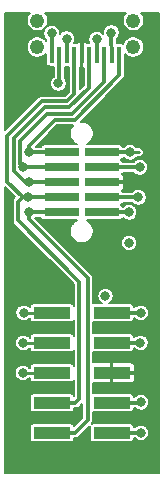
<source format=gbr>
G04 #@! TF.GenerationSoftware,KiCad,Pcbnew,(5.1.10)-1*
G04 #@! TF.CreationDate,2021-10-26T18:23:48-05:00*
G04 #@! TF.ProjectId,samtec_dbg,73616d74-6563-45f6-9462-672e6b696361,rev?*
G04 #@! TF.SameCoordinates,Original*
G04 #@! TF.FileFunction,Copper,L1,Top*
G04 #@! TF.FilePolarity,Positive*
%FSLAX46Y46*%
G04 Gerber Fmt 4.6, Leading zero omitted, Abs format (unit mm)*
G04 Created by KiCad (PCBNEW (5.1.10)-1) date 2021-10-26 18:23:48*
%MOMM*%
%LPD*%
G01*
G04 APERTURE LIST*
G04 #@! TA.AperFunction,SMDPad,CuDef*
%ADD10R,2.920000X0.740000*%
G04 #@! TD*
G04 #@! TA.AperFunction,ComponentPad*
%ADD11C,1.218000*%
G04 #@! TD*
G04 #@! TA.AperFunction,SMDPad,CuDef*
%ADD12R,0.380000X1.400000*%
G04 #@! TD*
G04 #@! TA.AperFunction,SMDPad,CuDef*
%ADD13R,3.150000X1.000000*%
G04 #@! TD*
G04 #@! TA.AperFunction,ViaPad*
%ADD14C,0.800000*%
G04 #@! TD*
G04 #@! TA.AperFunction,Conductor*
%ADD15C,0.250000*%
G04 #@! TD*
G04 #@! TA.AperFunction,Conductor*
%ADD16C,0.330000*%
G04 #@! TD*
G04 #@! TA.AperFunction,Conductor*
%ADD17C,0.200000*%
G04 #@! TD*
G04 #@! TA.AperFunction,Conductor*
%ADD18C,0.100000*%
G04 #@! TD*
G04 APERTURE END LIST*
D10*
X108285000Y-112330000D03*
X111715000Y-112330000D03*
X108285000Y-113600000D03*
X111715000Y-113600000D03*
X108285000Y-114870000D03*
X111715000Y-114870000D03*
X108285000Y-116140000D03*
X111715000Y-116140000D03*
X108285000Y-117410000D03*
X111715000Y-117410000D03*
D11*
X114364500Y-101175000D03*
X106235500Y-101175000D03*
X114364500Y-103425000D03*
X106235500Y-103425000D03*
D12*
X113157500Y-104075000D03*
X112522500Y-104075000D03*
X111887500Y-104075000D03*
X111252500Y-104075000D03*
X110617500Y-104075000D03*
X109982500Y-104075000D03*
X109347500Y-104075000D03*
X108712500Y-104075000D03*
X108077500Y-104075000D03*
X107442500Y-104075000D03*
D13*
X107475000Y-125920000D03*
X112525000Y-125920000D03*
X107475000Y-128460000D03*
X112525000Y-128460000D03*
X107475000Y-131000000D03*
X112525000Y-131000000D03*
X107475000Y-133540000D03*
X112525000Y-133540000D03*
X107475000Y-136080000D03*
X112525000Y-136080000D03*
D14*
X104000000Y-103000000D03*
X104000000Y-106000000D03*
X115000000Y-107000000D03*
X115000000Y-109000000D03*
X112000000Y-120000000D03*
X110000000Y-121000000D03*
X114000000Y-138000000D03*
X106000000Y-138000000D03*
X105080000Y-125920000D03*
X105525014Y-112330000D03*
X112500000Y-102200000D03*
X114070000Y-112330000D03*
X114980000Y-125920000D03*
X105040000Y-128460000D03*
X105004444Y-113595556D03*
X111252500Y-102752500D03*
X114900000Y-113600000D03*
X114960000Y-128460000D03*
X105000000Y-131000000D03*
X105500000Y-114870000D03*
X109982500Y-102217500D03*
X113970000Y-114870000D03*
X115000000Y-131000000D03*
X105400000Y-116140000D03*
X108712500Y-102712500D03*
X115000000Y-133500000D03*
X114779989Y-116140000D03*
X112000000Y-124500000D03*
X105500000Y-117410000D03*
X108000000Y-106500000D03*
X107442500Y-102257500D03*
X114000000Y-117410000D03*
X115000000Y-136080000D03*
X114000000Y-120000000D03*
X108100000Y-118700000D03*
X107800000Y-110900000D03*
X107200000Y-105400000D03*
X104000000Y-109100000D03*
X104900000Y-121300000D03*
X107800000Y-123600000D03*
D15*
X107475000Y-125920000D02*
X105080000Y-125920000D01*
X105080000Y-125920000D02*
X105080000Y-125920000D01*
X105500000Y-112330000D02*
X105500000Y-112330000D01*
D16*
X107699296Y-109590033D02*
X105525014Y-111764315D01*
X105525014Y-111764315D02*
X105525014Y-112330000D01*
X109385791Y-109590033D02*
X107699296Y-109590033D01*
X113157500Y-105818324D02*
X109385791Y-109590033D01*
X108285000Y-112330000D02*
X105525014Y-112330000D01*
X113157500Y-104075000D02*
X113157500Y-105818324D01*
D15*
X112522500Y-103877500D02*
X112500000Y-103855000D01*
X112522500Y-104075000D02*
X112522500Y-103877500D01*
X112500000Y-103855000D02*
X112500000Y-103257498D01*
D16*
X112500000Y-103257498D02*
X112500000Y-102100000D01*
D15*
X112500000Y-102100000D02*
X112500000Y-102100000D01*
D16*
X111715000Y-112330000D02*
X114070000Y-112330000D01*
D15*
X114070000Y-112330000D02*
X114070000Y-112330000D01*
D16*
X112525000Y-125920000D02*
X114980000Y-125920000D01*
D15*
X114980000Y-125920000D02*
X115280000Y-125920000D01*
X114070000Y-112330000D02*
X114830000Y-112330000D01*
X107475000Y-128460000D02*
X105040000Y-128460000D01*
X105040000Y-128460000D02*
X105000000Y-128500000D01*
X105040000Y-128460000D02*
X105040000Y-128460000D01*
X105000000Y-113600000D02*
X105000000Y-113600000D01*
D16*
X104760004Y-111371592D02*
X104760004Y-113351116D01*
X109166254Y-109060022D02*
X107071574Y-109060022D01*
X107071574Y-109060022D02*
X104760004Y-111371592D01*
X104760004Y-113351116D02*
X105004444Y-113595556D01*
X111887500Y-106338776D02*
X109166254Y-109060022D01*
X105008888Y-113600000D02*
X105004444Y-113595556D01*
X111887500Y-104075000D02*
X111887500Y-106338776D01*
X108285000Y-113600000D02*
X105008888Y-113600000D01*
X111252500Y-104075000D02*
X111252500Y-102752500D01*
D15*
X111252500Y-102752500D02*
X111252500Y-102752500D01*
D16*
X111715000Y-113600000D02*
X114900000Y-113600000D01*
D15*
X114900000Y-113600000D02*
X114900000Y-113600000D01*
X114900000Y-113600000D02*
X114900000Y-113600000D01*
D16*
X112525000Y-128460000D02*
X114960000Y-128460000D01*
D15*
X114960000Y-128460000D02*
X114960000Y-128460000D01*
X107475000Y-131000000D02*
X105000000Y-131000000D01*
X105000000Y-131000000D02*
X105000000Y-131000000D01*
D16*
X108285000Y-114870000D02*
X105630000Y-114870000D01*
D15*
X105630000Y-114870000D02*
X105630000Y-114870000D01*
X105500000Y-114870000D02*
X105196998Y-114870000D01*
D16*
X106852037Y-108530011D02*
X108946717Y-108530011D01*
X104229993Y-113902994D02*
X104229993Y-111152055D01*
X104229993Y-111152055D02*
X106852037Y-108530011D01*
X105196998Y-114870000D02*
X104229993Y-113902994D01*
X110617500Y-106859228D02*
X110617500Y-104075000D01*
X108946717Y-108530011D02*
X110617500Y-106859228D01*
X109982500Y-104075000D02*
X109982500Y-102217500D01*
D15*
X109982500Y-102217500D02*
X109982500Y-102217500D01*
D16*
X111715000Y-114870000D02*
X113970000Y-114870000D01*
D15*
X113970000Y-114870000D02*
X113970000Y-114870000D01*
D16*
X112525000Y-131000000D02*
X115000000Y-131000000D01*
D15*
X115000000Y-131000000D02*
X115000000Y-131000000D01*
D16*
X108285000Y-116140000D02*
X105140000Y-116140000D01*
D15*
X105140000Y-116140000D02*
X105140000Y-116140000D01*
D16*
X109800000Y-123300000D02*
X109800000Y-133200000D01*
X104600001Y-116539999D02*
X104600001Y-118100001D01*
X106632500Y-108000000D02*
X103699983Y-110932517D01*
X109347500Y-107379680D02*
X108727180Y-108000000D01*
X108727180Y-108000000D02*
X106632500Y-108000000D01*
X109347500Y-104075000D02*
X109347500Y-107379680D01*
X103699982Y-114839982D02*
X105000000Y-116140000D01*
X103699983Y-110932517D02*
X103699982Y-114839982D01*
X104600001Y-118100001D02*
X109800000Y-123300000D01*
X105000000Y-116140000D02*
X104600001Y-116539999D01*
X109460000Y-133540000D02*
X107475000Y-133540000D01*
X109800000Y-133200000D02*
X109460000Y-133540000D01*
X108712500Y-104075000D02*
X108712500Y-102712500D01*
D15*
X108712500Y-102712500D02*
X108712500Y-102712500D01*
D16*
X111715000Y-116140000D02*
X114760000Y-116140000D01*
D15*
X114760000Y-116140000D02*
X114760000Y-116140000D01*
D16*
X112525000Y-133540000D02*
X114860000Y-133540000D01*
D15*
X114860000Y-133540000D02*
X114860000Y-133540000D01*
D16*
X108285000Y-117410000D02*
X105590000Y-117410000D01*
D15*
X105590000Y-117410000D02*
X105590000Y-117410000D01*
X108077500Y-106422500D02*
X108000000Y-106500000D01*
D16*
X108077500Y-104075000D02*
X108077500Y-106422500D01*
X109420000Y-136080000D02*
X107475000Y-136080000D01*
X110500000Y-135000000D02*
X109420000Y-136080000D01*
X110500000Y-123000000D02*
X110500000Y-135000000D01*
X105500000Y-118000000D02*
X110500000Y-123000000D01*
X105500000Y-117410000D02*
X105500000Y-118000000D01*
X107442500Y-104075000D02*
X107442500Y-102257500D01*
D15*
X107442500Y-102257500D02*
X107442500Y-102257500D01*
D16*
X111715000Y-117410000D02*
X113890000Y-117410000D01*
D15*
X113890000Y-117410000D02*
X113890000Y-117410000D01*
D16*
X112525000Y-136080000D02*
X114880000Y-136080000D01*
D15*
X114880000Y-136080000D02*
X114880000Y-136080000D01*
D17*
X105529434Y-100595546D02*
X105429955Y-100744427D01*
X105361433Y-100909855D01*
X105326500Y-101085471D01*
X105326500Y-101264529D01*
X105361433Y-101440145D01*
X105429955Y-101605573D01*
X105529434Y-101754454D01*
X105656046Y-101881066D01*
X105804927Y-101980545D01*
X105970355Y-102049067D01*
X106145971Y-102084000D01*
X106325029Y-102084000D01*
X106500645Y-102049067D01*
X106666073Y-101980545D01*
X106814954Y-101881066D01*
X106941566Y-101754454D01*
X107041045Y-101605573D01*
X107109567Y-101440145D01*
X107144500Y-101264529D01*
X107144500Y-101085471D01*
X107109567Y-100909855D01*
X107041045Y-100744427D01*
X106941566Y-100595546D01*
X106846020Y-100500000D01*
X113753980Y-100500000D01*
X113658434Y-100595546D01*
X113558955Y-100744427D01*
X113490433Y-100909855D01*
X113455500Y-101085471D01*
X113455500Y-101264529D01*
X113490433Y-101440145D01*
X113558955Y-101605573D01*
X113658434Y-101754454D01*
X113785046Y-101881066D01*
X113933927Y-101980545D01*
X114099355Y-102049067D01*
X114274971Y-102084000D01*
X114454029Y-102084000D01*
X114629645Y-102049067D01*
X114795073Y-101980545D01*
X114943954Y-101881066D01*
X115070566Y-101754454D01*
X115170045Y-101605573D01*
X115238567Y-101440145D01*
X115273500Y-101264529D01*
X115273500Y-101085471D01*
X115238567Y-100909855D01*
X115170045Y-100744427D01*
X115070566Y-100595546D01*
X114975020Y-100500000D01*
X116500000Y-100500000D01*
X116500000Y-139500000D01*
X103500000Y-139500000D01*
X103500000Y-115297608D01*
X104342392Y-116140000D01*
X104287350Y-116195042D01*
X104269606Y-116209604D01*
X104211498Y-116280410D01*
X104168319Y-116361192D01*
X104141730Y-116448844D01*
X104138174Y-116484951D01*
X104132752Y-116539999D01*
X104135001Y-116562831D01*
X104135002Y-118077159D01*
X104132752Y-118100001D01*
X104141731Y-118191156D01*
X104168320Y-118278809D01*
X104209667Y-118356163D01*
X104211499Y-118359591D01*
X104269607Y-118430396D01*
X104287346Y-118444954D01*
X109335000Y-123492609D01*
X109335000Y-125326054D01*
X109328504Y-125304640D01*
X109300647Y-125252523D01*
X109263158Y-125206842D01*
X109217477Y-125169353D01*
X109165360Y-125141496D01*
X109108810Y-125124341D01*
X109050000Y-125118549D01*
X105900000Y-125118549D01*
X105841190Y-125124341D01*
X105784640Y-125141496D01*
X105732523Y-125169353D01*
X105686842Y-125206842D01*
X105649353Y-125252523D01*
X105621496Y-125304640D01*
X105604341Y-125361190D01*
X105598549Y-125420000D01*
X105598549Y-125448599D01*
X105526224Y-125376274D01*
X105411574Y-125299668D01*
X105284182Y-125246901D01*
X105148944Y-125220000D01*
X105011056Y-125220000D01*
X104875818Y-125246901D01*
X104748426Y-125299668D01*
X104633776Y-125376274D01*
X104536274Y-125473776D01*
X104459668Y-125588426D01*
X104406901Y-125715818D01*
X104380000Y-125851056D01*
X104380000Y-125988944D01*
X104406901Y-126124182D01*
X104459668Y-126251574D01*
X104536274Y-126366224D01*
X104633776Y-126463726D01*
X104748426Y-126540332D01*
X104875818Y-126593099D01*
X105011056Y-126620000D01*
X105148944Y-126620000D01*
X105284182Y-126593099D01*
X105411574Y-126540332D01*
X105526224Y-126463726D01*
X105598549Y-126391401D01*
X105598549Y-126420000D01*
X105604341Y-126478810D01*
X105621496Y-126535360D01*
X105649353Y-126587477D01*
X105686842Y-126633158D01*
X105732523Y-126670647D01*
X105784640Y-126698504D01*
X105841190Y-126715659D01*
X105900000Y-126721451D01*
X109050000Y-126721451D01*
X109108810Y-126715659D01*
X109165360Y-126698504D01*
X109217477Y-126670647D01*
X109263158Y-126633158D01*
X109300647Y-126587477D01*
X109328504Y-126535360D01*
X109335000Y-126513945D01*
X109335000Y-127866055D01*
X109328504Y-127844640D01*
X109300647Y-127792523D01*
X109263158Y-127746842D01*
X109217477Y-127709353D01*
X109165360Y-127681496D01*
X109108810Y-127664341D01*
X109050000Y-127658549D01*
X105900000Y-127658549D01*
X105841190Y-127664341D01*
X105784640Y-127681496D01*
X105732523Y-127709353D01*
X105686842Y-127746842D01*
X105649353Y-127792523D01*
X105621496Y-127844640D01*
X105604341Y-127901190D01*
X105598549Y-127960000D01*
X105598549Y-128035000D01*
X105597907Y-128035000D01*
X105583726Y-128013776D01*
X105486224Y-127916274D01*
X105371574Y-127839668D01*
X105244182Y-127786901D01*
X105108944Y-127760000D01*
X104971056Y-127760000D01*
X104835818Y-127786901D01*
X104708426Y-127839668D01*
X104593776Y-127916274D01*
X104496274Y-128013776D01*
X104419668Y-128128426D01*
X104366901Y-128255818D01*
X104340000Y-128391056D01*
X104340000Y-128528944D01*
X104366901Y-128664182D01*
X104419668Y-128791574D01*
X104496274Y-128906224D01*
X104593776Y-129003726D01*
X104708426Y-129080332D01*
X104835818Y-129133099D01*
X104971056Y-129160000D01*
X105108944Y-129160000D01*
X105244182Y-129133099D01*
X105371574Y-129080332D01*
X105486224Y-129003726D01*
X105583726Y-128906224D01*
X105597907Y-128885000D01*
X105598549Y-128885000D01*
X105598549Y-128960000D01*
X105604341Y-129018810D01*
X105621496Y-129075360D01*
X105649353Y-129127477D01*
X105686842Y-129173158D01*
X105732523Y-129210647D01*
X105784640Y-129238504D01*
X105841190Y-129255659D01*
X105900000Y-129261451D01*
X109050000Y-129261451D01*
X109108810Y-129255659D01*
X109165360Y-129238504D01*
X109217477Y-129210647D01*
X109263158Y-129173158D01*
X109300647Y-129127477D01*
X109328504Y-129075360D01*
X109335001Y-129053945D01*
X109335001Y-130406056D01*
X109328504Y-130384640D01*
X109300647Y-130332523D01*
X109263158Y-130286842D01*
X109217477Y-130249353D01*
X109165360Y-130221496D01*
X109108810Y-130204341D01*
X109050000Y-130198549D01*
X105900000Y-130198549D01*
X105841190Y-130204341D01*
X105784640Y-130221496D01*
X105732523Y-130249353D01*
X105686842Y-130286842D01*
X105649353Y-130332523D01*
X105621496Y-130384640D01*
X105604341Y-130441190D01*
X105598549Y-130500000D01*
X105598549Y-130575000D01*
X105557907Y-130575000D01*
X105543726Y-130553776D01*
X105446224Y-130456274D01*
X105331574Y-130379668D01*
X105204182Y-130326901D01*
X105068944Y-130300000D01*
X104931056Y-130300000D01*
X104795818Y-130326901D01*
X104668426Y-130379668D01*
X104553776Y-130456274D01*
X104456274Y-130553776D01*
X104379668Y-130668426D01*
X104326901Y-130795818D01*
X104300000Y-130931056D01*
X104300000Y-131068944D01*
X104326901Y-131204182D01*
X104379668Y-131331574D01*
X104456274Y-131446224D01*
X104553776Y-131543726D01*
X104668426Y-131620332D01*
X104795818Y-131673099D01*
X104931056Y-131700000D01*
X105068944Y-131700000D01*
X105204182Y-131673099D01*
X105331574Y-131620332D01*
X105446224Y-131543726D01*
X105543726Y-131446224D01*
X105557907Y-131425000D01*
X105598549Y-131425000D01*
X105598549Y-131500000D01*
X105604341Y-131558810D01*
X105621496Y-131615360D01*
X105649353Y-131667477D01*
X105686842Y-131713158D01*
X105732523Y-131750647D01*
X105784640Y-131778504D01*
X105841190Y-131795659D01*
X105900000Y-131801451D01*
X109050000Y-131801451D01*
X109108810Y-131795659D01*
X109165360Y-131778504D01*
X109217477Y-131750647D01*
X109263158Y-131713158D01*
X109300647Y-131667477D01*
X109328504Y-131615360D01*
X109335001Y-131593944D01*
X109335001Y-132946057D01*
X109328504Y-132924640D01*
X109300647Y-132872523D01*
X109263158Y-132826842D01*
X109217477Y-132789353D01*
X109165360Y-132761496D01*
X109108810Y-132744341D01*
X109050000Y-132738549D01*
X105900000Y-132738549D01*
X105841190Y-132744341D01*
X105784640Y-132761496D01*
X105732523Y-132789353D01*
X105686842Y-132826842D01*
X105649353Y-132872523D01*
X105621496Y-132924640D01*
X105604341Y-132981190D01*
X105598549Y-133040000D01*
X105598549Y-134040000D01*
X105604341Y-134098810D01*
X105621496Y-134155360D01*
X105649353Y-134207477D01*
X105686842Y-134253158D01*
X105732523Y-134290647D01*
X105784640Y-134318504D01*
X105841190Y-134335659D01*
X105900000Y-134341451D01*
X109050000Y-134341451D01*
X109108810Y-134335659D01*
X109165360Y-134318504D01*
X109217477Y-134290647D01*
X109263158Y-134253158D01*
X109300647Y-134207477D01*
X109328504Y-134155360D01*
X109345659Y-134098810D01*
X109351451Y-134040000D01*
X109351451Y-134005000D01*
X109437168Y-134005000D01*
X109460000Y-134007249D01*
X109482832Y-134005000D01*
X109482835Y-134005000D01*
X109551156Y-133998271D01*
X109638808Y-133971682D01*
X109719590Y-133928503D01*
X109790395Y-133870395D01*
X109804957Y-133852651D01*
X110035001Y-133622608D01*
X110035001Y-134807390D01*
X109339967Y-135502425D01*
X109328504Y-135464640D01*
X109300647Y-135412523D01*
X109263158Y-135366842D01*
X109217477Y-135329353D01*
X109165360Y-135301496D01*
X109108810Y-135284341D01*
X109050000Y-135278549D01*
X105900000Y-135278549D01*
X105841190Y-135284341D01*
X105784640Y-135301496D01*
X105732523Y-135329353D01*
X105686842Y-135366842D01*
X105649353Y-135412523D01*
X105621496Y-135464640D01*
X105604341Y-135521190D01*
X105598549Y-135580000D01*
X105598549Y-136580000D01*
X105604341Y-136638810D01*
X105621496Y-136695360D01*
X105649353Y-136747477D01*
X105686842Y-136793158D01*
X105732523Y-136830647D01*
X105784640Y-136858504D01*
X105841190Y-136875659D01*
X105900000Y-136881451D01*
X109050000Y-136881451D01*
X109108810Y-136875659D01*
X109165360Y-136858504D01*
X109217477Y-136830647D01*
X109263158Y-136793158D01*
X109300647Y-136747477D01*
X109328504Y-136695360D01*
X109345659Y-136638810D01*
X109351451Y-136580000D01*
X109351451Y-136545000D01*
X109397168Y-136545000D01*
X109420000Y-136547249D01*
X109442832Y-136545000D01*
X109442835Y-136545000D01*
X109511156Y-136538271D01*
X109598808Y-136511682D01*
X109679590Y-136468503D01*
X109750395Y-136410395D01*
X109764957Y-136392651D01*
X110662145Y-135495463D01*
X110654341Y-135521190D01*
X110648549Y-135580000D01*
X110648549Y-136580000D01*
X110654341Y-136638810D01*
X110671496Y-136695360D01*
X110699353Y-136747477D01*
X110736842Y-136793158D01*
X110782523Y-136830647D01*
X110834640Y-136858504D01*
X110891190Y-136875659D01*
X110950000Y-136881451D01*
X114100000Y-136881451D01*
X114158810Y-136875659D01*
X114215360Y-136858504D01*
X114267477Y-136830647D01*
X114313158Y-136793158D01*
X114350647Y-136747477D01*
X114378504Y-136695360D01*
X114395659Y-136638810D01*
X114401451Y-136580000D01*
X114401451Y-136545000D01*
X114475050Y-136545000D01*
X114553776Y-136623726D01*
X114668426Y-136700332D01*
X114795818Y-136753099D01*
X114931056Y-136780000D01*
X115068944Y-136780000D01*
X115204182Y-136753099D01*
X115331574Y-136700332D01*
X115446224Y-136623726D01*
X115543726Y-136526224D01*
X115620332Y-136411574D01*
X115673099Y-136284182D01*
X115700000Y-136148944D01*
X115700000Y-136011056D01*
X115673099Y-135875818D01*
X115620332Y-135748426D01*
X115543726Y-135633776D01*
X115446224Y-135536274D01*
X115331574Y-135459668D01*
X115204182Y-135406901D01*
X115068944Y-135380000D01*
X114931056Y-135380000D01*
X114795818Y-135406901D01*
X114668426Y-135459668D01*
X114553776Y-135536274D01*
X114475050Y-135615000D01*
X114401451Y-135615000D01*
X114401451Y-135580000D01*
X114395659Y-135521190D01*
X114378504Y-135464640D01*
X114350647Y-135412523D01*
X114313158Y-135366842D01*
X114267477Y-135329353D01*
X114215360Y-135301496D01*
X114158810Y-135284341D01*
X114100000Y-135278549D01*
X110950000Y-135278549D01*
X110891190Y-135284341D01*
X110860566Y-135293631D01*
X110888503Y-135259590D01*
X110931682Y-135178808D01*
X110958271Y-135091156D01*
X110965000Y-135022835D01*
X110967249Y-135000000D01*
X110965000Y-134977166D01*
X110965000Y-134341451D01*
X114100000Y-134341451D01*
X114158810Y-134335659D01*
X114215360Y-134318504D01*
X114267477Y-134290647D01*
X114313158Y-134253158D01*
X114350647Y-134207477D01*
X114378504Y-134155360D01*
X114395659Y-134098810D01*
X114401451Y-134040000D01*
X114401451Y-134005000D01*
X114515050Y-134005000D01*
X114553776Y-134043726D01*
X114668426Y-134120332D01*
X114795818Y-134173099D01*
X114931056Y-134200000D01*
X115068944Y-134200000D01*
X115204182Y-134173099D01*
X115331574Y-134120332D01*
X115446224Y-134043726D01*
X115543726Y-133946224D01*
X115620332Y-133831574D01*
X115673099Y-133704182D01*
X115700000Y-133568944D01*
X115700000Y-133431056D01*
X115673099Y-133295818D01*
X115620332Y-133168426D01*
X115543726Y-133053776D01*
X115446224Y-132956274D01*
X115331574Y-132879668D01*
X115204182Y-132826901D01*
X115068944Y-132800000D01*
X114931056Y-132800000D01*
X114795818Y-132826901D01*
X114668426Y-132879668D01*
X114553776Y-132956274D01*
X114456274Y-133053776D01*
X114442093Y-133075000D01*
X114401451Y-133075000D01*
X114401451Y-133040000D01*
X114395659Y-132981190D01*
X114378504Y-132924640D01*
X114350647Y-132872523D01*
X114313158Y-132826842D01*
X114267477Y-132789353D01*
X114215360Y-132761496D01*
X114158810Y-132744341D01*
X114100000Y-132738549D01*
X110965000Y-132738549D01*
X110965000Y-131901915D01*
X112375000Y-131900000D01*
X112475000Y-131800000D01*
X112475000Y-131050000D01*
X112575000Y-131050000D01*
X112575000Y-131800000D01*
X112675000Y-131900000D01*
X114100000Y-131901935D01*
X114178414Y-131894212D01*
X114253814Y-131871340D01*
X114323303Y-131834197D01*
X114384211Y-131784211D01*
X114434197Y-131723303D01*
X114471340Y-131653814D01*
X114494212Y-131578414D01*
X114501935Y-131500000D01*
X114500000Y-131150000D01*
X114400000Y-131050000D01*
X112575000Y-131050000D01*
X112475000Y-131050000D01*
X112455000Y-131050000D01*
X112455000Y-130950000D01*
X112475000Y-130950000D01*
X112475000Y-130200000D01*
X112575000Y-130200000D01*
X112575000Y-130950000D01*
X114400000Y-130950000D01*
X114500000Y-130850000D01*
X114501935Y-130500000D01*
X114494212Y-130421586D01*
X114471340Y-130346186D01*
X114434197Y-130276697D01*
X114384211Y-130215789D01*
X114323303Y-130165803D01*
X114253814Y-130128660D01*
X114178414Y-130105788D01*
X114100000Y-130098065D01*
X112675000Y-130100000D01*
X112575000Y-130200000D01*
X112475000Y-130200000D01*
X112375000Y-130100000D01*
X110965000Y-130098085D01*
X110965000Y-129261451D01*
X114100000Y-129261451D01*
X114158810Y-129255659D01*
X114215360Y-129238504D01*
X114267477Y-129210647D01*
X114313158Y-129173158D01*
X114350647Y-129127477D01*
X114378504Y-129075360D01*
X114395659Y-129018810D01*
X114401451Y-128960000D01*
X114401451Y-128925000D01*
X114435050Y-128925000D01*
X114513776Y-129003726D01*
X114628426Y-129080332D01*
X114755818Y-129133099D01*
X114891056Y-129160000D01*
X115028944Y-129160000D01*
X115164182Y-129133099D01*
X115291574Y-129080332D01*
X115406224Y-129003726D01*
X115503726Y-128906224D01*
X115580332Y-128791574D01*
X115633099Y-128664182D01*
X115660000Y-128528944D01*
X115660000Y-128391056D01*
X115633099Y-128255818D01*
X115580332Y-128128426D01*
X115503726Y-128013776D01*
X115406224Y-127916274D01*
X115291574Y-127839668D01*
X115164182Y-127786901D01*
X115028944Y-127760000D01*
X114891056Y-127760000D01*
X114755818Y-127786901D01*
X114628426Y-127839668D01*
X114513776Y-127916274D01*
X114435050Y-127995000D01*
X114401451Y-127995000D01*
X114401451Y-127960000D01*
X114395659Y-127901190D01*
X114378504Y-127844640D01*
X114350647Y-127792523D01*
X114313158Y-127746842D01*
X114267477Y-127709353D01*
X114215360Y-127681496D01*
X114158810Y-127664341D01*
X114100000Y-127658549D01*
X110965000Y-127658549D01*
X110965000Y-126721451D01*
X114100000Y-126721451D01*
X114158810Y-126715659D01*
X114215360Y-126698504D01*
X114267477Y-126670647D01*
X114313158Y-126633158D01*
X114350647Y-126587477D01*
X114378504Y-126535360D01*
X114395659Y-126478810D01*
X114401451Y-126420000D01*
X114401451Y-126385000D01*
X114455050Y-126385000D01*
X114533776Y-126463726D01*
X114648426Y-126540332D01*
X114775818Y-126593099D01*
X114911056Y-126620000D01*
X115048944Y-126620000D01*
X115184182Y-126593099D01*
X115311574Y-126540332D01*
X115426224Y-126463726D01*
X115523726Y-126366224D01*
X115600332Y-126251574D01*
X115653099Y-126124182D01*
X115653297Y-126123185D01*
X115674548Y-126083427D01*
X115698850Y-126003314D01*
X115707056Y-125920000D01*
X115698850Y-125836686D01*
X115674548Y-125756573D01*
X115653297Y-125716815D01*
X115653099Y-125715818D01*
X115600332Y-125588426D01*
X115523726Y-125473776D01*
X115426224Y-125376274D01*
X115311574Y-125299668D01*
X115184182Y-125246901D01*
X115048944Y-125220000D01*
X114911056Y-125220000D01*
X114775818Y-125246901D01*
X114648426Y-125299668D01*
X114533776Y-125376274D01*
X114455050Y-125455000D01*
X114401451Y-125455000D01*
X114401451Y-125420000D01*
X114395659Y-125361190D01*
X114378504Y-125304640D01*
X114350647Y-125252523D01*
X114313158Y-125206842D01*
X114267477Y-125169353D01*
X114215360Y-125141496D01*
X114158810Y-125124341D01*
X114100000Y-125118549D01*
X112334242Y-125118549D01*
X112446224Y-125043726D01*
X112543726Y-124946224D01*
X112620332Y-124831574D01*
X112673099Y-124704182D01*
X112700000Y-124568944D01*
X112700000Y-124431056D01*
X112673099Y-124295818D01*
X112620332Y-124168426D01*
X112543726Y-124053776D01*
X112446224Y-123956274D01*
X112331574Y-123879668D01*
X112204182Y-123826901D01*
X112068944Y-123800000D01*
X111931056Y-123800000D01*
X111795818Y-123826901D01*
X111668426Y-123879668D01*
X111553776Y-123956274D01*
X111456274Y-124053776D01*
X111379668Y-124168426D01*
X111326901Y-124295818D01*
X111300000Y-124431056D01*
X111300000Y-124568944D01*
X111326901Y-124704182D01*
X111379668Y-124831574D01*
X111456274Y-124946224D01*
X111553776Y-125043726D01*
X111665758Y-125118549D01*
X110965000Y-125118549D01*
X110965000Y-123022834D01*
X110967249Y-123000000D01*
X110958271Y-122908844D01*
X110931682Y-122821192D01*
X110888503Y-122740410D01*
X110830395Y-122669605D01*
X110812657Y-122655048D01*
X106032608Y-117875000D01*
X106540320Y-117875000D01*
X106546496Y-117895360D01*
X106574353Y-117947477D01*
X106611842Y-117993158D01*
X106657523Y-118030647D01*
X106709640Y-118058504D01*
X106766190Y-118075659D01*
X106825000Y-118081451D01*
X109578317Y-118081451D01*
X109521586Y-118104950D01*
X109356163Y-118215482D01*
X109215482Y-118356163D01*
X109104950Y-118521586D01*
X109028814Y-118705394D01*
X108990000Y-118900524D01*
X108990000Y-119099476D01*
X109028814Y-119294606D01*
X109104950Y-119478414D01*
X109215482Y-119643837D01*
X109356163Y-119784518D01*
X109521586Y-119895050D01*
X109705394Y-119971186D01*
X109900524Y-120010000D01*
X110099476Y-120010000D01*
X110294606Y-119971186D01*
X110391488Y-119931056D01*
X113300000Y-119931056D01*
X113300000Y-120068944D01*
X113326901Y-120204182D01*
X113379668Y-120331574D01*
X113456274Y-120446224D01*
X113553776Y-120543726D01*
X113668426Y-120620332D01*
X113795818Y-120673099D01*
X113931056Y-120700000D01*
X114068944Y-120700000D01*
X114204182Y-120673099D01*
X114331574Y-120620332D01*
X114446224Y-120543726D01*
X114543726Y-120446224D01*
X114620332Y-120331574D01*
X114673099Y-120204182D01*
X114700000Y-120068944D01*
X114700000Y-119931056D01*
X114673099Y-119795818D01*
X114620332Y-119668426D01*
X114543726Y-119553776D01*
X114446224Y-119456274D01*
X114331574Y-119379668D01*
X114204182Y-119326901D01*
X114068944Y-119300000D01*
X113931056Y-119300000D01*
X113795818Y-119326901D01*
X113668426Y-119379668D01*
X113553776Y-119456274D01*
X113456274Y-119553776D01*
X113379668Y-119668426D01*
X113326901Y-119795818D01*
X113300000Y-119931056D01*
X110391488Y-119931056D01*
X110478414Y-119895050D01*
X110643837Y-119784518D01*
X110784518Y-119643837D01*
X110895050Y-119478414D01*
X110971186Y-119294606D01*
X111010000Y-119099476D01*
X111010000Y-118900524D01*
X110971186Y-118705394D01*
X110895050Y-118521586D01*
X110784518Y-118356163D01*
X110643837Y-118215482D01*
X110478414Y-118104950D01*
X110421683Y-118081451D01*
X113175000Y-118081451D01*
X113233810Y-118075659D01*
X113290360Y-118058504D01*
X113342477Y-118030647D01*
X113388158Y-117993158D01*
X113425647Y-117947477D01*
X113453504Y-117895360D01*
X113459680Y-117875000D01*
X113475050Y-117875000D01*
X113553776Y-117953726D01*
X113668426Y-118030332D01*
X113795818Y-118083099D01*
X113931056Y-118110000D01*
X114068944Y-118110000D01*
X114204182Y-118083099D01*
X114331574Y-118030332D01*
X114446224Y-117953726D01*
X114543726Y-117856224D01*
X114620332Y-117741574D01*
X114673099Y-117614182D01*
X114700000Y-117478944D01*
X114700000Y-117341056D01*
X114673099Y-117205818D01*
X114620332Y-117078426D01*
X114543726Y-116963776D01*
X114446224Y-116866274D01*
X114331574Y-116789668D01*
X114204182Y-116736901D01*
X114068944Y-116710000D01*
X113931056Y-116710000D01*
X113795818Y-116736901D01*
X113668426Y-116789668D01*
X113553776Y-116866274D01*
X113475050Y-116945000D01*
X113459680Y-116945000D01*
X113453504Y-116924640D01*
X113425647Y-116872523D01*
X113388158Y-116826842D01*
X113342477Y-116789353D01*
X113315624Y-116775000D01*
X113342477Y-116760647D01*
X113388158Y-116723158D01*
X113425647Y-116677477D01*
X113453504Y-116625360D01*
X113459680Y-116605000D01*
X114255039Y-116605000D01*
X114333765Y-116683726D01*
X114448415Y-116760332D01*
X114575807Y-116813099D01*
X114711045Y-116840000D01*
X114848933Y-116840000D01*
X114984171Y-116813099D01*
X115111563Y-116760332D01*
X115226213Y-116683726D01*
X115323715Y-116586224D01*
X115400321Y-116471574D01*
X115453088Y-116344182D01*
X115479989Y-116208944D01*
X115479989Y-116071056D01*
X115453088Y-115935818D01*
X115400321Y-115808426D01*
X115323715Y-115693776D01*
X115226213Y-115596274D01*
X115111563Y-115519668D01*
X114984171Y-115466901D01*
X114848933Y-115440000D01*
X114711045Y-115440000D01*
X114575807Y-115466901D01*
X114448415Y-115519668D01*
X114333765Y-115596274D01*
X114255039Y-115675000D01*
X113459680Y-115675000D01*
X113453504Y-115654640D01*
X113425647Y-115602523D01*
X113400752Y-115572187D01*
X113459211Y-115524211D01*
X113509197Y-115463303D01*
X113546340Y-115393814D01*
X113569212Y-115318414D01*
X113576935Y-115240000D01*
X113575000Y-115020000D01*
X113475000Y-114920000D01*
X111765000Y-114920000D01*
X111765000Y-114940000D01*
X111665000Y-114940000D01*
X111665000Y-114920000D01*
X111645000Y-114920000D01*
X111645000Y-114820000D01*
X111665000Y-114820000D01*
X111665000Y-114800000D01*
X111765000Y-114800000D01*
X111765000Y-114820000D01*
X113475000Y-114820000D01*
X113575000Y-114720000D01*
X113576935Y-114500000D01*
X113569212Y-114421586D01*
X113546340Y-114346186D01*
X113509197Y-114276697D01*
X113459211Y-114215789D01*
X113400752Y-114167813D01*
X113425647Y-114137477D01*
X113453504Y-114085360D01*
X113459680Y-114065000D01*
X114375050Y-114065000D01*
X114453776Y-114143726D01*
X114568426Y-114220332D01*
X114695818Y-114273099D01*
X114831056Y-114300000D01*
X114968944Y-114300000D01*
X115104182Y-114273099D01*
X115231574Y-114220332D01*
X115346224Y-114143726D01*
X115443726Y-114046224D01*
X115520332Y-113931574D01*
X115573099Y-113804182D01*
X115600000Y-113668944D01*
X115600000Y-113531056D01*
X115573099Y-113395818D01*
X115520332Y-113268426D01*
X115443726Y-113153776D01*
X115346224Y-113056274D01*
X115231574Y-112979668D01*
X115104182Y-112926901D01*
X114968944Y-112900000D01*
X114831056Y-112900000D01*
X114695818Y-112926901D01*
X114568426Y-112979668D01*
X114453776Y-113056274D01*
X114375050Y-113135000D01*
X113459680Y-113135000D01*
X113453504Y-113114640D01*
X113425647Y-113062523D01*
X113388158Y-113016842D01*
X113342477Y-112979353D01*
X113315624Y-112965000D01*
X113342477Y-112950647D01*
X113388158Y-112913158D01*
X113425647Y-112867477D01*
X113453504Y-112815360D01*
X113459680Y-112795000D01*
X113545050Y-112795000D01*
X113623776Y-112873726D01*
X113738426Y-112950332D01*
X113865818Y-113003099D01*
X114001056Y-113030000D01*
X114138944Y-113030000D01*
X114274182Y-113003099D01*
X114401574Y-112950332D01*
X114516224Y-112873726D01*
X114613726Y-112776224D01*
X114627907Y-112755000D01*
X114850874Y-112755000D01*
X114913314Y-112748850D01*
X114993427Y-112724548D01*
X115067260Y-112685084D01*
X115131974Y-112631974D01*
X115185084Y-112567260D01*
X115224548Y-112493427D01*
X115248850Y-112413314D01*
X115257056Y-112330000D01*
X115248850Y-112246686D01*
X115224548Y-112166573D01*
X115185084Y-112092740D01*
X115131974Y-112028026D01*
X115067260Y-111974916D01*
X114993427Y-111935452D01*
X114913314Y-111911150D01*
X114850874Y-111905000D01*
X114627907Y-111905000D01*
X114613726Y-111883776D01*
X114516224Y-111786274D01*
X114401574Y-111709668D01*
X114274182Y-111656901D01*
X114138944Y-111630000D01*
X114001056Y-111630000D01*
X113865818Y-111656901D01*
X113738426Y-111709668D01*
X113623776Y-111786274D01*
X113545050Y-111865000D01*
X113459680Y-111865000D01*
X113453504Y-111844640D01*
X113425647Y-111792523D01*
X113388158Y-111746842D01*
X113342477Y-111709353D01*
X113290360Y-111681496D01*
X113233810Y-111664341D01*
X113175000Y-111658549D01*
X110421683Y-111658549D01*
X110478414Y-111635050D01*
X110643837Y-111524518D01*
X110784518Y-111383837D01*
X110895050Y-111218414D01*
X110971186Y-111034606D01*
X111010000Y-110839476D01*
X111010000Y-110640524D01*
X110971186Y-110445394D01*
X110895050Y-110261586D01*
X110784518Y-110096163D01*
X110643837Y-109955482D01*
X110478414Y-109844950D01*
X110294606Y-109768814D01*
X110099476Y-109730000D01*
X109903432Y-109730000D01*
X113470156Y-106163277D01*
X113487895Y-106148719D01*
X113546003Y-106077914D01*
X113589182Y-105997132D01*
X113615771Y-105909480D01*
X113622500Y-105841159D01*
X113622500Y-105841157D01*
X113624749Y-105818325D01*
X113622500Y-105795493D01*
X113622500Y-104896916D01*
X113626004Y-104890360D01*
X113643159Y-104833810D01*
X113648951Y-104775000D01*
X113648951Y-103990262D01*
X113658434Y-104004454D01*
X113785046Y-104131066D01*
X113933927Y-104230545D01*
X114099355Y-104299067D01*
X114274971Y-104334000D01*
X114454029Y-104334000D01*
X114629645Y-104299067D01*
X114795073Y-104230545D01*
X114943954Y-104131066D01*
X115070566Y-104004454D01*
X115170045Y-103855573D01*
X115238567Y-103690145D01*
X115273500Y-103514529D01*
X115273500Y-103335471D01*
X115238567Y-103159855D01*
X115170045Y-102994427D01*
X115070566Y-102845546D01*
X114943954Y-102718934D01*
X114795073Y-102619455D01*
X114629645Y-102550933D01*
X114454029Y-102516000D01*
X114274971Y-102516000D01*
X114099355Y-102550933D01*
X113933927Y-102619455D01*
X113785046Y-102718934D01*
X113658434Y-102845546D01*
X113558955Y-102994427D01*
X113506922Y-103120047D01*
X113462860Y-103096496D01*
X113406310Y-103079341D01*
X113347500Y-103073549D01*
X112967500Y-103073549D01*
X112965000Y-103073795D01*
X112965000Y-102724950D01*
X113043726Y-102646224D01*
X113120332Y-102531574D01*
X113173099Y-102404182D01*
X113200000Y-102268944D01*
X113200000Y-102131056D01*
X113173099Y-101995818D01*
X113120332Y-101868426D01*
X113043726Y-101753776D01*
X112946224Y-101656274D01*
X112831574Y-101579668D01*
X112704182Y-101526901D01*
X112568944Y-101500000D01*
X112431056Y-101500000D01*
X112295818Y-101526901D01*
X112168426Y-101579668D01*
X112053776Y-101656274D01*
X111956274Y-101753776D01*
X111879668Y-101868426D01*
X111826901Y-101995818D01*
X111800000Y-102131056D01*
X111800000Y-102268944D01*
X111812174Y-102330143D01*
X111796226Y-102306276D01*
X111698724Y-102208774D01*
X111584074Y-102132168D01*
X111456682Y-102079401D01*
X111321444Y-102052500D01*
X111183556Y-102052500D01*
X111048318Y-102079401D01*
X110920926Y-102132168D01*
X110806276Y-102208774D01*
X110708774Y-102306276D01*
X110632168Y-102420926D01*
X110579401Y-102548318D01*
X110552500Y-102683556D01*
X110552500Y-102821444D01*
X110579401Y-102956682D01*
X110627808Y-103073549D01*
X110435704Y-103073549D01*
X110395803Y-103040803D01*
X110326314Y-103003660D01*
X110250914Y-102980788D01*
X110172500Y-102973065D01*
X110132500Y-102975000D01*
X110032500Y-103075000D01*
X110032500Y-104025000D01*
X110052500Y-104025000D01*
X110052500Y-104125000D01*
X110032500Y-104125000D01*
X110032500Y-105075000D01*
X110132500Y-105175000D01*
X110152501Y-105175968D01*
X110152500Y-106666619D01*
X109812500Y-107006619D01*
X109812500Y-105175968D01*
X109832500Y-105175000D01*
X109932500Y-105075000D01*
X109932500Y-104125000D01*
X109912500Y-104125000D01*
X109912500Y-104025000D01*
X109932500Y-104025000D01*
X109932500Y-103075000D01*
X109832500Y-102975000D01*
X109792500Y-102973065D01*
X109714086Y-102980788D01*
X109638686Y-103003660D01*
X109569197Y-103040803D01*
X109529296Y-103073549D01*
X109313138Y-103073549D01*
X109332832Y-103044074D01*
X109385599Y-102916682D01*
X109412500Y-102781444D01*
X109412500Y-102643556D01*
X109385599Y-102508318D01*
X109332832Y-102380926D01*
X109256226Y-102266276D01*
X109158724Y-102168774D01*
X109044074Y-102092168D01*
X108916682Y-102039401D01*
X108781444Y-102012500D01*
X108643556Y-102012500D01*
X108508318Y-102039401D01*
X108380926Y-102092168D01*
X108266276Y-102168774D01*
X108168774Y-102266276D01*
X108142500Y-102305598D01*
X108142500Y-102188556D01*
X108115599Y-102053318D01*
X108062832Y-101925926D01*
X107986226Y-101811276D01*
X107888724Y-101713774D01*
X107774074Y-101637168D01*
X107646682Y-101584401D01*
X107511444Y-101557500D01*
X107373556Y-101557500D01*
X107238318Y-101584401D01*
X107110926Y-101637168D01*
X106996276Y-101713774D01*
X106898774Y-101811276D01*
X106822168Y-101925926D01*
X106769401Y-102053318D01*
X106742500Y-102188556D01*
X106742500Y-102326444D01*
X106769401Y-102461682D01*
X106822168Y-102589074D01*
X106898774Y-102703724D01*
X106977501Y-102782451D01*
X106977501Y-102899326D01*
X106941566Y-102845546D01*
X106814954Y-102718934D01*
X106666073Y-102619455D01*
X106500645Y-102550933D01*
X106325029Y-102516000D01*
X106145971Y-102516000D01*
X105970355Y-102550933D01*
X105804927Y-102619455D01*
X105656046Y-102718934D01*
X105529434Y-102845546D01*
X105429955Y-102994427D01*
X105361433Y-103159855D01*
X105326500Y-103335471D01*
X105326500Y-103514529D01*
X105361433Y-103690145D01*
X105429955Y-103855573D01*
X105529434Y-104004454D01*
X105656046Y-104131066D01*
X105804927Y-104230545D01*
X105970355Y-104299067D01*
X106145971Y-104334000D01*
X106325029Y-104334000D01*
X106500645Y-104299067D01*
X106666073Y-104230545D01*
X106814954Y-104131066D01*
X106941566Y-104004454D01*
X106951049Y-103990262D01*
X106951049Y-104775000D01*
X106956841Y-104833810D01*
X106973996Y-104890360D01*
X107001853Y-104942477D01*
X107039342Y-104988158D01*
X107085023Y-105025647D01*
X107137140Y-105053504D01*
X107193690Y-105070659D01*
X107252500Y-105076451D01*
X107612500Y-105076451D01*
X107612501Y-105917036D01*
X107553776Y-105956274D01*
X107456274Y-106053776D01*
X107379668Y-106168426D01*
X107326901Y-106295818D01*
X107300000Y-106431056D01*
X107300000Y-106568944D01*
X107326901Y-106704182D01*
X107379668Y-106831574D01*
X107456274Y-106946224D01*
X107553776Y-107043726D01*
X107668426Y-107120332D01*
X107795818Y-107173099D01*
X107931056Y-107200000D01*
X108068944Y-107200000D01*
X108204182Y-107173099D01*
X108331574Y-107120332D01*
X108446224Y-107043726D01*
X108543726Y-106946224D01*
X108620332Y-106831574D01*
X108673099Y-106704182D01*
X108700000Y-106568944D01*
X108700000Y-106431056D01*
X108673099Y-106295818D01*
X108620332Y-106168426D01*
X108543726Y-106053776D01*
X108542500Y-106052550D01*
X108542500Y-105076451D01*
X108882500Y-105076451D01*
X108882501Y-107187070D01*
X108534572Y-107535000D01*
X106655324Y-107535000D01*
X106632499Y-107532752D01*
X106609675Y-107535000D01*
X106609665Y-107535000D01*
X106541344Y-107541729D01*
X106453692Y-107568318D01*
X106453690Y-107568319D01*
X106372910Y-107611497D01*
X106319841Y-107655049D01*
X106319838Y-107655052D01*
X106302105Y-107669605D01*
X106287552Y-107687338D01*
X103500000Y-110474892D01*
X103500000Y-100500000D01*
X105624980Y-100500000D01*
X105529434Y-100595546D01*
G04 #@! TA.AperFunction,Conductor*
D18*
G36*
X105529434Y-100595546D02*
G01*
X105429955Y-100744427D01*
X105361433Y-100909855D01*
X105326500Y-101085471D01*
X105326500Y-101264529D01*
X105361433Y-101440145D01*
X105429955Y-101605573D01*
X105529434Y-101754454D01*
X105656046Y-101881066D01*
X105804927Y-101980545D01*
X105970355Y-102049067D01*
X106145971Y-102084000D01*
X106325029Y-102084000D01*
X106500645Y-102049067D01*
X106666073Y-101980545D01*
X106814954Y-101881066D01*
X106941566Y-101754454D01*
X107041045Y-101605573D01*
X107109567Y-101440145D01*
X107144500Y-101264529D01*
X107144500Y-101085471D01*
X107109567Y-100909855D01*
X107041045Y-100744427D01*
X106941566Y-100595546D01*
X106846020Y-100500000D01*
X113753980Y-100500000D01*
X113658434Y-100595546D01*
X113558955Y-100744427D01*
X113490433Y-100909855D01*
X113455500Y-101085471D01*
X113455500Y-101264529D01*
X113490433Y-101440145D01*
X113558955Y-101605573D01*
X113658434Y-101754454D01*
X113785046Y-101881066D01*
X113933927Y-101980545D01*
X114099355Y-102049067D01*
X114274971Y-102084000D01*
X114454029Y-102084000D01*
X114629645Y-102049067D01*
X114795073Y-101980545D01*
X114943954Y-101881066D01*
X115070566Y-101754454D01*
X115170045Y-101605573D01*
X115238567Y-101440145D01*
X115273500Y-101264529D01*
X115273500Y-101085471D01*
X115238567Y-100909855D01*
X115170045Y-100744427D01*
X115070566Y-100595546D01*
X114975020Y-100500000D01*
X116500000Y-100500000D01*
X116500000Y-139500000D01*
X103500000Y-139500000D01*
X103500000Y-115297608D01*
X104342392Y-116140000D01*
X104287350Y-116195042D01*
X104269606Y-116209604D01*
X104211498Y-116280410D01*
X104168319Y-116361192D01*
X104141730Y-116448844D01*
X104138174Y-116484951D01*
X104132752Y-116539999D01*
X104135001Y-116562831D01*
X104135002Y-118077159D01*
X104132752Y-118100001D01*
X104141731Y-118191156D01*
X104168320Y-118278809D01*
X104209667Y-118356163D01*
X104211499Y-118359591D01*
X104269607Y-118430396D01*
X104287346Y-118444954D01*
X109335000Y-123492609D01*
X109335000Y-125326054D01*
X109328504Y-125304640D01*
X109300647Y-125252523D01*
X109263158Y-125206842D01*
X109217477Y-125169353D01*
X109165360Y-125141496D01*
X109108810Y-125124341D01*
X109050000Y-125118549D01*
X105900000Y-125118549D01*
X105841190Y-125124341D01*
X105784640Y-125141496D01*
X105732523Y-125169353D01*
X105686842Y-125206842D01*
X105649353Y-125252523D01*
X105621496Y-125304640D01*
X105604341Y-125361190D01*
X105598549Y-125420000D01*
X105598549Y-125448599D01*
X105526224Y-125376274D01*
X105411574Y-125299668D01*
X105284182Y-125246901D01*
X105148944Y-125220000D01*
X105011056Y-125220000D01*
X104875818Y-125246901D01*
X104748426Y-125299668D01*
X104633776Y-125376274D01*
X104536274Y-125473776D01*
X104459668Y-125588426D01*
X104406901Y-125715818D01*
X104380000Y-125851056D01*
X104380000Y-125988944D01*
X104406901Y-126124182D01*
X104459668Y-126251574D01*
X104536274Y-126366224D01*
X104633776Y-126463726D01*
X104748426Y-126540332D01*
X104875818Y-126593099D01*
X105011056Y-126620000D01*
X105148944Y-126620000D01*
X105284182Y-126593099D01*
X105411574Y-126540332D01*
X105526224Y-126463726D01*
X105598549Y-126391401D01*
X105598549Y-126420000D01*
X105604341Y-126478810D01*
X105621496Y-126535360D01*
X105649353Y-126587477D01*
X105686842Y-126633158D01*
X105732523Y-126670647D01*
X105784640Y-126698504D01*
X105841190Y-126715659D01*
X105900000Y-126721451D01*
X109050000Y-126721451D01*
X109108810Y-126715659D01*
X109165360Y-126698504D01*
X109217477Y-126670647D01*
X109263158Y-126633158D01*
X109300647Y-126587477D01*
X109328504Y-126535360D01*
X109335000Y-126513945D01*
X109335000Y-127866055D01*
X109328504Y-127844640D01*
X109300647Y-127792523D01*
X109263158Y-127746842D01*
X109217477Y-127709353D01*
X109165360Y-127681496D01*
X109108810Y-127664341D01*
X109050000Y-127658549D01*
X105900000Y-127658549D01*
X105841190Y-127664341D01*
X105784640Y-127681496D01*
X105732523Y-127709353D01*
X105686842Y-127746842D01*
X105649353Y-127792523D01*
X105621496Y-127844640D01*
X105604341Y-127901190D01*
X105598549Y-127960000D01*
X105598549Y-128035000D01*
X105597907Y-128035000D01*
X105583726Y-128013776D01*
X105486224Y-127916274D01*
X105371574Y-127839668D01*
X105244182Y-127786901D01*
X105108944Y-127760000D01*
X104971056Y-127760000D01*
X104835818Y-127786901D01*
X104708426Y-127839668D01*
X104593776Y-127916274D01*
X104496274Y-128013776D01*
X104419668Y-128128426D01*
X104366901Y-128255818D01*
X104340000Y-128391056D01*
X104340000Y-128528944D01*
X104366901Y-128664182D01*
X104419668Y-128791574D01*
X104496274Y-128906224D01*
X104593776Y-129003726D01*
X104708426Y-129080332D01*
X104835818Y-129133099D01*
X104971056Y-129160000D01*
X105108944Y-129160000D01*
X105244182Y-129133099D01*
X105371574Y-129080332D01*
X105486224Y-129003726D01*
X105583726Y-128906224D01*
X105597907Y-128885000D01*
X105598549Y-128885000D01*
X105598549Y-128960000D01*
X105604341Y-129018810D01*
X105621496Y-129075360D01*
X105649353Y-129127477D01*
X105686842Y-129173158D01*
X105732523Y-129210647D01*
X105784640Y-129238504D01*
X105841190Y-129255659D01*
X105900000Y-129261451D01*
X109050000Y-129261451D01*
X109108810Y-129255659D01*
X109165360Y-129238504D01*
X109217477Y-129210647D01*
X109263158Y-129173158D01*
X109300647Y-129127477D01*
X109328504Y-129075360D01*
X109335001Y-129053945D01*
X109335001Y-130406056D01*
X109328504Y-130384640D01*
X109300647Y-130332523D01*
X109263158Y-130286842D01*
X109217477Y-130249353D01*
X109165360Y-130221496D01*
X109108810Y-130204341D01*
X109050000Y-130198549D01*
X105900000Y-130198549D01*
X105841190Y-130204341D01*
X105784640Y-130221496D01*
X105732523Y-130249353D01*
X105686842Y-130286842D01*
X105649353Y-130332523D01*
X105621496Y-130384640D01*
X105604341Y-130441190D01*
X105598549Y-130500000D01*
X105598549Y-130575000D01*
X105557907Y-130575000D01*
X105543726Y-130553776D01*
X105446224Y-130456274D01*
X105331574Y-130379668D01*
X105204182Y-130326901D01*
X105068944Y-130300000D01*
X104931056Y-130300000D01*
X104795818Y-130326901D01*
X104668426Y-130379668D01*
X104553776Y-130456274D01*
X104456274Y-130553776D01*
X104379668Y-130668426D01*
X104326901Y-130795818D01*
X104300000Y-130931056D01*
X104300000Y-131068944D01*
X104326901Y-131204182D01*
X104379668Y-131331574D01*
X104456274Y-131446224D01*
X104553776Y-131543726D01*
X104668426Y-131620332D01*
X104795818Y-131673099D01*
X104931056Y-131700000D01*
X105068944Y-131700000D01*
X105204182Y-131673099D01*
X105331574Y-131620332D01*
X105446224Y-131543726D01*
X105543726Y-131446224D01*
X105557907Y-131425000D01*
X105598549Y-131425000D01*
X105598549Y-131500000D01*
X105604341Y-131558810D01*
X105621496Y-131615360D01*
X105649353Y-131667477D01*
X105686842Y-131713158D01*
X105732523Y-131750647D01*
X105784640Y-131778504D01*
X105841190Y-131795659D01*
X105900000Y-131801451D01*
X109050000Y-131801451D01*
X109108810Y-131795659D01*
X109165360Y-131778504D01*
X109217477Y-131750647D01*
X109263158Y-131713158D01*
X109300647Y-131667477D01*
X109328504Y-131615360D01*
X109335001Y-131593944D01*
X109335001Y-132946057D01*
X109328504Y-132924640D01*
X109300647Y-132872523D01*
X109263158Y-132826842D01*
X109217477Y-132789353D01*
X109165360Y-132761496D01*
X109108810Y-132744341D01*
X109050000Y-132738549D01*
X105900000Y-132738549D01*
X105841190Y-132744341D01*
X105784640Y-132761496D01*
X105732523Y-132789353D01*
X105686842Y-132826842D01*
X105649353Y-132872523D01*
X105621496Y-132924640D01*
X105604341Y-132981190D01*
X105598549Y-133040000D01*
X105598549Y-134040000D01*
X105604341Y-134098810D01*
X105621496Y-134155360D01*
X105649353Y-134207477D01*
X105686842Y-134253158D01*
X105732523Y-134290647D01*
X105784640Y-134318504D01*
X105841190Y-134335659D01*
X105900000Y-134341451D01*
X109050000Y-134341451D01*
X109108810Y-134335659D01*
X109165360Y-134318504D01*
X109217477Y-134290647D01*
X109263158Y-134253158D01*
X109300647Y-134207477D01*
X109328504Y-134155360D01*
X109345659Y-134098810D01*
X109351451Y-134040000D01*
X109351451Y-134005000D01*
X109437168Y-134005000D01*
X109460000Y-134007249D01*
X109482832Y-134005000D01*
X109482835Y-134005000D01*
X109551156Y-133998271D01*
X109638808Y-133971682D01*
X109719590Y-133928503D01*
X109790395Y-133870395D01*
X109804957Y-133852651D01*
X110035001Y-133622608D01*
X110035001Y-134807390D01*
X109339967Y-135502425D01*
X109328504Y-135464640D01*
X109300647Y-135412523D01*
X109263158Y-135366842D01*
X109217477Y-135329353D01*
X109165360Y-135301496D01*
X109108810Y-135284341D01*
X109050000Y-135278549D01*
X105900000Y-135278549D01*
X105841190Y-135284341D01*
X105784640Y-135301496D01*
X105732523Y-135329353D01*
X105686842Y-135366842D01*
X105649353Y-135412523D01*
X105621496Y-135464640D01*
X105604341Y-135521190D01*
X105598549Y-135580000D01*
X105598549Y-136580000D01*
X105604341Y-136638810D01*
X105621496Y-136695360D01*
X105649353Y-136747477D01*
X105686842Y-136793158D01*
X105732523Y-136830647D01*
X105784640Y-136858504D01*
X105841190Y-136875659D01*
X105900000Y-136881451D01*
X109050000Y-136881451D01*
X109108810Y-136875659D01*
X109165360Y-136858504D01*
X109217477Y-136830647D01*
X109263158Y-136793158D01*
X109300647Y-136747477D01*
X109328504Y-136695360D01*
X109345659Y-136638810D01*
X109351451Y-136580000D01*
X109351451Y-136545000D01*
X109397168Y-136545000D01*
X109420000Y-136547249D01*
X109442832Y-136545000D01*
X109442835Y-136545000D01*
X109511156Y-136538271D01*
X109598808Y-136511682D01*
X109679590Y-136468503D01*
X109750395Y-136410395D01*
X109764957Y-136392651D01*
X110662145Y-135495463D01*
X110654341Y-135521190D01*
X110648549Y-135580000D01*
X110648549Y-136580000D01*
X110654341Y-136638810D01*
X110671496Y-136695360D01*
X110699353Y-136747477D01*
X110736842Y-136793158D01*
X110782523Y-136830647D01*
X110834640Y-136858504D01*
X110891190Y-136875659D01*
X110950000Y-136881451D01*
X114100000Y-136881451D01*
X114158810Y-136875659D01*
X114215360Y-136858504D01*
X114267477Y-136830647D01*
X114313158Y-136793158D01*
X114350647Y-136747477D01*
X114378504Y-136695360D01*
X114395659Y-136638810D01*
X114401451Y-136580000D01*
X114401451Y-136545000D01*
X114475050Y-136545000D01*
X114553776Y-136623726D01*
X114668426Y-136700332D01*
X114795818Y-136753099D01*
X114931056Y-136780000D01*
X115068944Y-136780000D01*
X115204182Y-136753099D01*
X115331574Y-136700332D01*
X115446224Y-136623726D01*
X115543726Y-136526224D01*
X115620332Y-136411574D01*
X115673099Y-136284182D01*
X115700000Y-136148944D01*
X115700000Y-136011056D01*
X115673099Y-135875818D01*
X115620332Y-135748426D01*
X115543726Y-135633776D01*
X115446224Y-135536274D01*
X115331574Y-135459668D01*
X115204182Y-135406901D01*
X115068944Y-135380000D01*
X114931056Y-135380000D01*
X114795818Y-135406901D01*
X114668426Y-135459668D01*
X114553776Y-135536274D01*
X114475050Y-135615000D01*
X114401451Y-135615000D01*
X114401451Y-135580000D01*
X114395659Y-135521190D01*
X114378504Y-135464640D01*
X114350647Y-135412523D01*
X114313158Y-135366842D01*
X114267477Y-135329353D01*
X114215360Y-135301496D01*
X114158810Y-135284341D01*
X114100000Y-135278549D01*
X110950000Y-135278549D01*
X110891190Y-135284341D01*
X110860566Y-135293631D01*
X110888503Y-135259590D01*
X110931682Y-135178808D01*
X110958271Y-135091156D01*
X110965000Y-135022835D01*
X110967249Y-135000000D01*
X110965000Y-134977166D01*
X110965000Y-134341451D01*
X114100000Y-134341451D01*
X114158810Y-134335659D01*
X114215360Y-134318504D01*
X114267477Y-134290647D01*
X114313158Y-134253158D01*
X114350647Y-134207477D01*
X114378504Y-134155360D01*
X114395659Y-134098810D01*
X114401451Y-134040000D01*
X114401451Y-134005000D01*
X114515050Y-134005000D01*
X114553776Y-134043726D01*
X114668426Y-134120332D01*
X114795818Y-134173099D01*
X114931056Y-134200000D01*
X115068944Y-134200000D01*
X115204182Y-134173099D01*
X115331574Y-134120332D01*
X115446224Y-134043726D01*
X115543726Y-133946224D01*
X115620332Y-133831574D01*
X115673099Y-133704182D01*
X115700000Y-133568944D01*
X115700000Y-133431056D01*
X115673099Y-133295818D01*
X115620332Y-133168426D01*
X115543726Y-133053776D01*
X115446224Y-132956274D01*
X115331574Y-132879668D01*
X115204182Y-132826901D01*
X115068944Y-132800000D01*
X114931056Y-132800000D01*
X114795818Y-132826901D01*
X114668426Y-132879668D01*
X114553776Y-132956274D01*
X114456274Y-133053776D01*
X114442093Y-133075000D01*
X114401451Y-133075000D01*
X114401451Y-133040000D01*
X114395659Y-132981190D01*
X114378504Y-132924640D01*
X114350647Y-132872523D01*
X114313158Y-132826842D01*
X114267477Y-132789353D01*
X114215360Y-132761496D01*
X114158810Y-132744341D01*
X114100000Y-132738549D01*
X110965000Y-132738549D01*
X110965000Y-131901915D01*
X112375000Y-131900000D01*
X112475000Y-131800000D01*
X112475000Y-131050000D01*
X112575000Y-131050000D01*
X112575000Y-131800000D01*
X112675000Y-131900000D01*
X114100000Y-131901935D01*
X114178414Y-131894212D01*
X114253814Y-131871340D01*
X114323303Y-131834197D01*
X114384211Y-131784211D01*
X114434197Y-131723303D01*
X114471340Y-131653814D01*
X114494212Y-131578414D01*
X114501935Y-131500000D01*
X114500000Y-131150000D01*
X114400000Y-131050000D01*
X112575000Y-131050000D01*
X112475000Y-131050000D01*
X112455000Y-131050000D01*
X112455000Y-130950000D01*
X112475000Y-130950000D01*
X112475000Y-130200000D01*
X112575000Y-130200000D01*
X112575000Y-130950000D01*
X114400000Y-130950000D01*
X114500000Y-130850000D01*
X114501935Y-130500000D01*
X114494212Y-130421586D01*
X114471340Y-130346186D01*
X114434197Y-130276697D01*
X114384211Y-130215789D01*
X114323303Y-130165803D01*
X114253814Y-130128660D01*
X114178414Y-130105788D01*
X114100000Y-130098065D01*
X112675000Y-130100000D01*
X112575000Y-130200000D01*
X112475000Y-130200000D01*
X112375000Y-130100000D01*
X110965000Y-130098085D01*
X110965000Y-129261451D01*
X114100000Y-129261451D01*
X114158810Y-129255659D01*
X114215360Y-129238504D01*
X114267477Y-129210647D01*
X114313158Y-129173158D01*
X114350647Y-129127477D01*
X114378504Y-129075360D01*
X114395659Y-129018810D01*
X114401451Y-128960000D01*
X114401451Y-128925000D01*
X114435050Y-128925000D01*
X114513776Y-129003726D01*
X114628426Y-129080332D01*
X114755818Y-129133099D01*
X114891056Y-129160000D01*
X115028944Y-129160000D01*
X115164182Y-129133099D01*
X115291574Y-129080332D01*
X115406224Y-129003726D01*
X115503726Y-128906224D01*
X115580332Y-128791574D01*
X115633099Y-128664182D01*
X115660000Y-128528944D01*
X115660000Y-128391056D01*
X115633099Y-128255818D01*
X115580332Y-128128426D01*
X115503726Y-128013776D01*
X115406224Y-127916274D01*
X115291574Y-127839668D01*
X115164182Y-127786901D01*
X115028944Y-127760000D01*
X114891056Y-127760000D01*
X114755818Y-127786901D01*
X114628426Y-127839668D01*
X114513776Y-127916274D01*
X114435050Y-127995000D01*
X114401451Y-127995000D01*
X114401451Y-127960000D01*
X114395659Y-127901190D01*
X114378504Y-127844640D01*
X114350647Y-127792523D01*
X114313158Y-127746842D01*
X114267477Y-127709353D01*
X114215360Y-127681496D01*
X114158810Y-127664341D01*
X114100000Y-127658549D01*
X110965000Y-127658549D01*
X110965000Y-126721451D01*
X114100000Y-126721451D01*
X114158810Y-126715659D01*
X114215360Y-126698504D01*
X114267477Y-126670647D01*
X114313158Y-126633158D01*
X114350647Y-126587477D01*
X114378504Y-126535360D01*
X114395659Y-126478810D01*
X114401451Y-126420000D01*
X114401451Y-126385000D01*
X114455050Y-126385000D01*
X114533776Y-126463726D01*
X114648426Y-126540332D01*
X114775818Y-126593099D01*
X114911056Y-126620000D01*
X115048944Y-126620000D01*
X115184182Y-126593099D01*
X115311574Y-126540332D01*
X115426224Y-126463726D01*
X115523726Y-126366224D01*
X115600332Y-126251574D01*
X115653099Y-126124182D01*
X115653297Y-126123185D01*
X115674548Y-126083427D01*
X115698850Y-126003314D01*
X115707056Y-125920000D01*
X115698850Y-125836686D01*
X115674548Y-125756573D01*
X115653297Y-125716815D01*
X115653099Y-125715818D01*
X115600332Y-125588426D01*
X115523726Y-125473776D01*
X115426224Y-125376274D01*
X115311574Y-125299668D01*
X115184182Y-125246901D01*
X115048944Y-125220000D01*
X114911056Y-125220000D01*
X114775818Y-125246901D01*
X114648426Y-125299668D01*
X114533776Y-125376274D01*
X114455050Y-125455000D01*
X114401451Y-125455000D01*
X114401451Y-125420000D01*
X114395659Y-125361190D01*
X114378504Y-125304640D01*
X114350647Y-125252523D01*
X114313158Y-125206842D01*
X114267477Y-125169353D01*
X114215360Y-125141496D01*
X114158810Y-125124341D01*
X114100000Y-125118549D01*
X112334242Y-125118549D01*
X112446224Y-125043726D01*
X112543726Y-124946224D01*
X112620332Y-124831574D01*
X112673099Y-124704182D01*
X112700000Y-124568944D01*
X112700000Y-124431056D01*
X112673099Y-124295818D01*
X112620332Y-124168426D01*
X112543726Y-124053776D01*
X112446224Y-123956274D01*
X112331574Y-123879668D01*
X112204182Y-123826901D01*
X112068944Y-123800000D01*
X111931056Y-123800000D01*
X111795818Y-123826901D01*
X111668426Y-123879668D01*
X111553776Y-123956274D01*
X111456274Y-124053776D01*
X111379668Y-124168426D01*
X111326901Y-124295818D01*
X111300000Y-124431056D01*
X111300000Y-124568944D01*
X111326901Y-124704182D01*
X111379668Y-124831574D01*
X111456274Y-124946224D01*
X111553776Y-125043726D01*
X111665758Y-125118549D01*
X110965000Y-125118549D01*
X110965000Y-123022834D01*
X110967249Y-123000000D01*
X110958271Y-122908844D01*
X110931682Y-122821192D01*
X110888503Y-122740410D01*
X110830395Y-122669605D01*
X110812657Y-122655048D01*
X106032608Y-117875000D01*
X106540320Y-117875000D01*
X106546496Y-117895360D01*
X106574353Y-117947477D01*
X106611842Y-117993158D01*
X106657523Y-118030647D01*
X106709640Y-118058504D01*
X106766190Y-118075659D01*
X106825000Y-118081451D01*
X109578317Y-118081451D01*
X109521586Y-118104950D01*
X109356163Y-118215482D01*
X109215482Y-118356163D01*
X109104950Y-118521586D01*
X109028814Y-118705394D01*
X108990000Y-118900524D01*
X108990000Y-119099476D01*
X109028814Y-119294606D01*
X109104950Y-119478414D01*
X109215482Y-119643837D01*
X109356163Y-119784518D01*
X109521586Y-119895050D01*
X109705394Y-119971186D01*
X109900524Y-120010000D01*
X110099476Y-120010000D01*
X110294606Y-119971186D01*
X110391488Y-119931056D01*
X113300000Y-119931056D01*
X113300000Y-120068944D01*
X113326901Y-120204182D01*
X113379668Y-120331574D01*
X113456274Y-120446224D01*
X113553776Y-120543726D01*
X113668426Y-120620332D01*
X113795818Y-120673099D01*
X113931056Y-120700000D01*
X114068944Y-120700000D01*
X114204182Y-120673099D01*
X114331574Y-120620332D01*
X114446224Y-120543726D01*
X114543726Y-120446224D01*
X114620332Y-120331574D01*
X114673099Y-120204182D01*
X114700000Y-120068944D01*
X114700000Y-119931056D01*
X114673099Y-119795818D01*
X114620332Y-119668426D01*
X114543726Y-119553776D01*
X114446224Y-119456274D01*
X114331574Y-119379668D01*
X114204182Y-119326901D01*
X114068944Y-119300000D01*
X113931056Y-119300000D01*
X113795818Y-119326901D01*
X113668426Y-119379668D01*
X113553776Y-119456274D01*
X113456274Y-119553776D01*
X113379668Y-119668426D01*
X113326901Y-119795818D01*
X113300000Y-119931056D01*
X110391488Y-119931056D01*
X110478414Y-119895050D01*
X110643837Y-119784518D01*
X110784518Y-119643837D01*
X110895050Y-119478414D01*
X110971186Y-119294606D01*
X111010000Y-119099476D01*
X111010000Y-118900524D01*
X110971186Y-118705394D01*
X110895050Y-118521586D01*
X110784518Y-118356163D01*
X110643837Y-118215482D01*
X110478414Y-118104950D01*
X110421683Y-118081451D01*
X113175000Y-118081451D01*
X113233810Y-118075659D01*
X113290360Y-118058504D01*
X113342477Y-118030647D01*
X113388158Y-117993158D01*
X113425647Y-117947477D01*
X113453504Y-117895360D01*
X113459680Y-117875000D01*
X113475050Y-117875000D01*
X113553776Y-117953726D01*
X113668426Y-118030332D01*
X113795818Y-118083099D01*
X113931056Y-118110000D01*
X114068944Y-118110000D01*
X114204182Y-118083099D01*
X114331574Y-118030332D01*
X114446224Y-117953726D01*
X114543726Y-117856224D01*
X114620332Y-117741574D01*
X114673099Y-117614182D01*
X114700000Y-117478944D01*
X114700000Y-117341056D01*
X114673099Y-117205818D01*
X114620332Y-117078426D01*
X114543726Y-116963776D01*
X114446224Y-116866274D01*
X114331574Y-116789668D01*
X114204182Y-116736901D01*
X114068944Y-116710000D01*
X113931056Y-116710000D01*
X113795818Y-116736901D01*
X113668426Y-116789668D01*
X113553776Y-116866274D01*
X113475050Y-116945000D01*
X113459680Y-116945000D01*
X113453504Y-116924640D01*
X113425647Y-116872523D01*
X113388158Y-116826842D01*
X113342477Y-116789353D01*
X113315624Y-116775000D01*
X113342477Y-116760647D01*
X113388158Y-116723158D01*
X113425647Y-116677477D01*
X113453504Y-116625360D01*
X113459680Y-116605000D01*
X114255039Y-116605000D01*
X114333765Y-116683726D01*
X114448415Y-116760332D01*
X114575807Y-116813099D01*
X114711045Y-116840000D01*
X114848933Y-116840000D01*
X114984171Y-116813099D01*
X115111563Y-116760332D01*
X115226213Y-116683726D01*
X115323715Y-116586224D01*
X115400321Y-116471574D01*
X115453088Y-116344182D01*
X115479989Y-116208944D01*
X115479989Y-116071056D01*
X115453088Y-115935818D01*
X115400321Y-115808426D01*
X115323715Y-115693776D01*
X115226213Y-115596274D01*
X115111563Y-115519668D01*
X114984171Y-115466901D01*
X114848933Y-115440000D01*
X114711045Y-115440000D01*
X114575807Y-115466901D01*
X114448415Y-115519668D01*
X114333765Y-115596274D01*
X114255039Y-115675000D01*
X113459680Y-115675000D01*
X113453504Y-115654640D01*
X113425647Y-115602523D01*
X113400752Y-115572187D01*
X113459211Y-115524211D01*
X113509197Y-115463303D01*
X113546340Y-115393814D01*
X113569212Y-115318414D01*
X113576935Y-115240000D01*
X113575000Y-115020000D01*
X113475000Y-114920000D01*
X111765000Y-114920000D01*
X111765000Y-114940000D01*
X111665000Y-114940000D01*
X111665000Y-114920000D01*
X111645000Y-114920000D01*
X111645000Y-114820000D01*
X111665000Y-114820000D01*
X111665000Y-114800000D01*
X111765000Y-114800000D01*
X111765000Y-114820000D01*
X113475000Y-114820000D01*
X113575000Y-114720000D01*
X113576935Y-114500000D01*
X113569212Y-114421586D01*
X113546340Y-114346186D01*
X113509197Y-114276697D01*
X113459211Y-114215789D01*
X113400752Y-114167813D01*
X113425647Y-114137477D01*
X113453504Y-114085360D01*
X113459680Y-114065000D01*
X114375050Y-114065000D01*
X114453776Y-114143726D01*
X114568426Y-114220332D01*
X114695818Y-114273099D01*
X114831056Y-114300000D01*
X114968944Y-114300000D01*
X115104182Y-114273099D01*
X115231574Y-114220332D01*
X115346224Y-114143726D01*
X115443726Y-114046224D01*
X115520332Y-113931574D01*
X115573099Y-113804182D01*
X115600000Y-113668944D01*
X115600000Y-113531056D01*
X115573099Y-113395818D01*
X115520332Y-113268426D01*
X115443726Y-113153776D01*
X115346224Y-113056274D01*
X115231574Y-112979668D01*
X115104182Y-112926901D01*
X114968944Y-112900000D01*
X114831056Y-112900000D01*
X114695818Y-112926901D01*
X114568426Y-112979668D01*
X114453776Y-113056274D01*
X114375050Y-113135000D01*
X113459680Y-113135000D01*
X113453504Y-113114640D01*
X113425647Y-113062523D01*
X113388158Y-113016842D01*
X113342477Y-112979353D01*
X113315624Y-112965000D01*
X113342477Y-112950647D01*
X113388158Y-112913158D01*
X113425647Y-112867477D01*
X113453504Y-112815360D01*
X113459680Y-112795000D01*
X113545050Y-112795000D01*
X113623776Y-112873726D01*
X113738426Y-112950332D01*
X113865818Y-113003099D01*
X114001056Y-113030000D01*
X114138944Y-113030000D01*
X114274182Y-113003099D01*
X114401574Y-112950332D01*
X114516224Y-112873726D01*
X114613726Y-112776224D01*
X114627907Y-112755000D01*
X114850874Y-112755000D01*
X114913314Y-112748850D01*
X114993427Y-112724548D01*
X115067260Y-112685084D01*
X115131974Y-112631974D01*
X115185084Y-112567260D01*
X115224548Y-112493427D01*
X115248850Y-112413314D01*
X115257056Y-112330000D01*
X115248850Y-112246686D01*
X115224548Y-112166573D01*
X115185084Y-112092740D01*
X115131974Y-112028026D01*
X115067260Y-111974916D01*
X114993427Y-111935452D01*
X114913314Y-111911150D01*
X114850874Y-111905000D01*
X114627907Y-111905000D01*
X114613726Y-111883776D01*
X114516224Y-111786274D01*
X114401574Y-111709668D01*
X114274182Y-111656901D01*
X114138944Y-111630000D01*
X114001056Y-111630000D01*
X113865818Y-111656901D01*
X113738426Y-111709668D01*
X113623776Y-111786274D01*
X113545050Y-111865000D01*
X113459680Y-111865000D01*
X113453504Y-111844640D01*
X113425647Y-111792523D01*
X113388158Y-111746842D01*
X113342477Y-111709353D01*
X113290360Y-111681496D01*
X113233810Y-111664341D01*
X113175000Y-111658549D01*
X110421683Y-111658549D01*
X110478414Y-111635050D01*
X110643837Y-111524518D01*
X110784518Y-111383837D01*
X110895050Y-111218414D01*
X110971186Y-111034606D01*
X111010000Y-110839476D01*
X111010000Y-110640524D01*
X110971186Y-110445394D01*
X110895050Y-110261586D01*
X110784518Y-110096163D01*
X110643837Y-109955482D01*
X110478414Y-109844950D01*
X110294606Y-109768814D01*
X110099476Y-109730000D01*
X109903432Y-109730000D01*
X113470156Y-106163277D01*
X113487895Y-106148719D01*
X113546003Y-106077914D01*
X113589182Y-105997132D01*
X113615771Y-105909480D01*
X113622500Y-105841159D01*
X113622500Y-105841157D01*
X113624749Y-105818325D01*
X113622500Y-105795493D01*
X113622500Y-104896916D01*
X113626004Y-104890360D01*
X113643159Y-104833810D01*
X113648951Y-104775000D01*
X113648951Y-103990262D01*
X113658434Y-104004454D01*
X113785046Y-104131066D01*
X113933927Y-104230545D01*
X114099355Y-104299067D01*
X114274971Y-104334000D01*
X114454029Y-104334000D01*
X114629645Y-104299067D01*
X114795073Y-104230545D01*
X114943954Y-104131066D01*
X115070566Y-104004454D01*
X115170045Y-103855573D01*
X115238567Y-103690145D01*
X115273500Y-103514529D01*
X115273500Y-103335471D01*
X115238567Y-103159855D01*
X115170045Y-102994427D01*
X115070566Y-102845546D01*
X114943954Y-102718934D01*
X114795073Y-102619455D01*
X114629645Y-102550933D01*
X114454029Y-102516000D01*
X114274971Y-102516000D01*
X114099355Y-102550933D01*
X113933927Y-102619455D01*
X113785046Y-102718934D01*
X113658434Y-102845546D01*
X113558955Y-102994427D01*
X113506922Y-103120047D01*
X113462860Y-103096496D01*
X113406310Y-103079341D01*
X113347500Y-103073549D01*
X112967500Y-103073549D01*
X112965000Y-103073795D01*
X112965000Y-102724950D01*
X113043726Y-102646224D01*
X113120332Y-102531574D01*
X113173099Y-102404182D01*
X113200000Y-102268944D01*
X113200000Y-102131056D01*
X113173099Y-101995818D01*
X113120332Y-101868426D01*
X113043726Y-101753776D01*
X112946224Y-101656274D01*
X112831574Y-101579668D01*
X112704182Y-101526901D01*
X112568944Y-101500000D01*
X112431056Y-101500000D01*
X112295818Y-101526901D01*
X112168426Y-101579668D01*
X112053776Y-101656274D01*
X111956274Y-101753776D01*
X111879668Y-101868426D01*
X111826901Y-101995818D01*
X111800000Y-102131056D01*
X111800000Y-102268944D01*
X111812174Y-102330143D01*
X111796226Y-102306276D01*
X111698724Y-102208774D01*
X111584074Y-102132168D01*
X111456682Y-102079401D01*
X111321444Y-102052500D01*
X111183556Y-102052500D01*
X111048318Y-102079401D01*
X110920926Y-102132168D01*
X110806276Y-102208774D01*
X110708774Y-102306276D01*
X110632168Y-102420926D01*
X110579401Y-102548318D01*
X110552500Y-102683556D01*
X110552500Y-102821444D01*
X110579401Y-102956682D01*
X110627808Y-103073549D01*
X110435704Y-103073549D01*
X110395803Y-103040803D01*
X110326314Y-103003660D01*
X110250914Y-102980788D01*
X110172500Y-102973065D01*
X110132500Y-102975000D01*
X110032500Y-103075000D01*
X110032500Y-104025000D01*
X110052500Y-104025000D01*
X110052500Y-104125000D01*
X110032500Y-104125000D01*
X110032500Y-105075000D01*
X110132500Y-105175000D01*
X110152501Y-105175968D01*
X110152500Y-106666619D01*
X109812500Y-107006619D01*
X109812500Y-105175968D01*
X109832500Y-105175000D01*
X109932500Y-105075000D01*
X109932500Y-104125000D01*
X109912500Y-104125000D01*
X109912500Y-104025000D01*
X109932500Y-104025000D01*
X109932500Y-103075000D01*
X109832500Y-102975000D01*
X109792500Y-102973065D01*
X109714086Y-102980788D01*
X109638686Y-103003660D01*
X109569197Y-103040803D01*
X109529296Y-103073549D01*
X109313138Y-103073549D01*
X109332832Y-103044074D01*
X109385599Y-102916682D01*
X109412500Y-102781444D01*
X109412500Y-102643556D01*
X109385599Y-102508318D01*
X109332832Y-102380926D01*
X109256226Y-102266276D01*
X109158724Y-102168774D01*
X109044074Y-102092168D01*
X108916682Y-102039401D01*
X108781444Y-102012500D01*
X108643556Y-102012500D01*
X108508318Y-102039401D01*
X108380926Y-102092168D01*
X108266276Y-102168774D01*
X108168774Y-102266276D01*
X108142500Y-102305598D01*
X108142500Y-102188556D01*
X108115599Y-102053318D01*
X108062832Y-101925926D01*
X107986226Y-101811276D01*
X107888724Y-101713774D01*
X107774074Y-101637168D01*
X107646682Y-101584401D01*
X107511444Y-101557500D01*
X107373556Y-101557500D01*
X107238318Y-101584401D01*
X107110926Y-101637168D01*
X106996276Y-101713774D01*
X106898774Y-101811276D01*
X106822168Y-101925926D01*
X106769401Y-102053318D01*
X106742500Y-102188556D01*
X106742500Y-102326444D01*
X106769401Y-102461682D01*
X106822168Y-102589074D01*
X106898774Y-102703724D01*
X106977501Y-102782451D01*
X106977501Y-102899326D01*
X106941566Y-102845546D01*
X106814954Y-102718934D01*
X106666073Y-102619455D01*
X106500645Y-102550933D01*
X106325029Y-102516000D01*
X106145971Y-102516000D01*
X105970355Y-102550933D01*
X105804927Y-102619455D01*
X105656046Y-102718934D01*
X105529434Y-102845546D01*
X105429955Y-102994427D01*
X105361433Y-103159855D01*
X105326500Y-103335471D01*
X105326500Y-103514529D01*
X105361433Y-103690145D01*
X105429955Y-103855573D01*
X105529434Y-104004454D01*
X105656046Y-104131066D01*
X105804927Y-104230545D01*
X105970355Y-104299067D01*
X106145971Y-104334000D01*
X106325029Y-104334000D01*
X106500645Y-104299067D01*
X106666073Y-104230545D01*
X106814954Y-104131066D01*
X106941566Y-104004454D01*
X106951049Y-103990262D01*
X106951049Y-104775000D01*
X106956841Y-104833810D01*
X106973996Y-104890360D01*
X107001853Y-104942477D01*
X107039342Y-104988158D01*
X107085023Y-105025647D01*
X107137140Y-105053504D01*
X107193690Y-105070659D01*
X107252500Y-105076451D01*
X107612500Y-105076451D01*
X107612501Y-105917036D01*
X107553776Y-105956274D01*
X107456274Y-106053776D01*
X107379668Y-106168426D01*
X107326901Y-106295818D01*
X107300000Y-106431056D01*
X107300000Y-106568944D01*
X107326901Y-106704182D01*
X107379668Y-106831574D01*
X107456274Y-106946224D01*
X107553776Y-107043726D01*
X107668426Y-107120332D01*
X107795818Y-107173099D01*
X107931056Y-107200000D01*
X108068944Y-107200000D01*
X108204182Y-107173099D01*
X108331574Y-107120332D01*
X108446224Y-107043726D01*
X108543726Y-106946224D01*
X108620332Y-106831574D01*
X108673099Y-106704182D01*
X108700000Y-106568944D01*
X108700000Y-106431056D01*
X108673099Y-106295818D01*
X108620332Y-106168426D01*
X108543726Y-106053776D01*
X108542500Y-106052550D01*
X108542500Y-105076451D01*
X108882500Y-105076451D01*
X108882501Y-107187070D01*
X108534572Y-107535000D01*
X106655324Y-107535000D01*
X106632499Y-107532752D01*
X106609675Y-107535000D01*
X106609665Y-107535000D01*
X106541344Y-107541729D01*
X106453692Y-107568318D01*
X106453690Y-107568319D01*
X106372910Y-107611497D01*
X106319841Y-107655049D01*
X106319838Y-107655052D01*
X106302105Y-107669605D01*
X106287552Y-107687338D01*
X103500000Y-110474892D01*
X103500000Y-100500000D01*
X105624980Y-100500000D01*
X105529434Y-100595546D01*
G37*
G04 #@! TD.AperFunction*
D17*
X109215482Y-110096163D02*
X109104950Y-110261586D01*
X109028814Y-110445394D01*
X108990000Y-110640524D01*
X108990000Y-110839476D01*
X109028814Y-111034606D01*
X109104950Y-111218414D01*
X109215482Y-111383837D01*
X109356163Y-111524518D01*
X109521586Y-111635050D01*
X109578317Y-111658549D01*
X106825000Y-111658549D01*
X106766190Y-111664341D01*
X106709640Y-111681496D01*
X106657523Y-111709353D01*
X106611842Y-111746842D01*
X106574353Y-111792523D01*
X106546496Y-111844640D01*
X106540320Y-111865000D01*
X106081937Y-111865000D01*
X107891905Y-110055033D01*
X109256612Y-110055033D01*
X109215482Y-110096163D01*
G04 #@! TA.AperFunction,Conductor*
D18*
G36*
X109215482Y-110096163D02*
G01*
X109104950Y-110261586D01*
X109028814Y-110445394D01*
X108990000Y-110640524D01*
X108990000Y-110839476D01*
X109028814Y-111034606D01*
X109104950Y-111218414D01*
X109215482Y-111383837D01*
X109356163Y-111524518D01*
X109521586Y-111635050D01*
X109578317Y-111658549D01*
X106825000Y-111658549D01*
X106766190Y-111664341D01*
X106709640Y-111681496D01*
X106657523Y-111709353D01*
X106611842Y-111746842D01*
X106574353Y-111792523D01*
X106546496Y-111844640D01*
X106540320Y-111865000D01*
X106081937Y-111865000D01*
X107891905Y-110055033D01*
X109256612Y-110055033D01*
X109215482Y-110096163D01*
G37*
G04 #@! TD.AperFunction*
M02*

</source>
